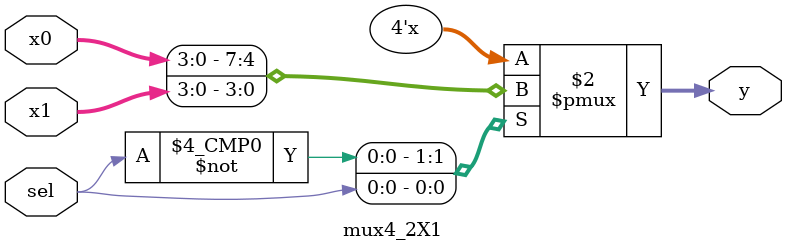
<source format=v>
`timescale 1ns / 1ps


module mux4_2X1(
    input sel,
    input [3:0] x0,
    input [3:0] x1,
    output reg [3:0] y
    );

    always @(*) begin
        case(sel)
            1'b0: y=x0;
            1'b1: y=x1;
            default: y=3'bx; 
        endcase
    end
endmodule
</source>
